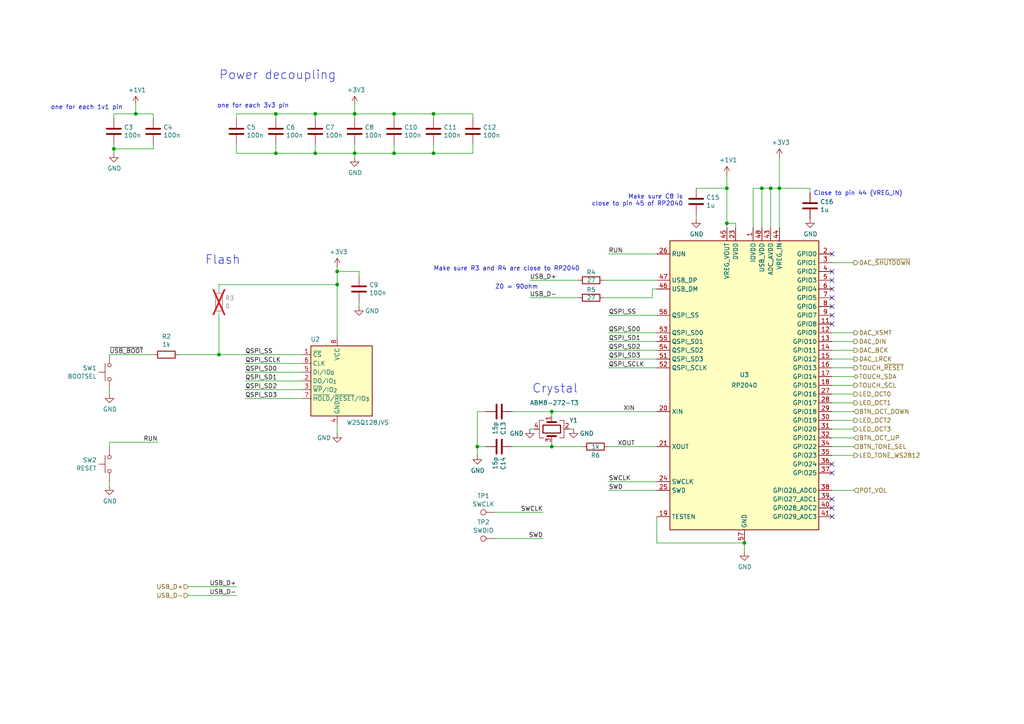
<source format=kicad_sch>
(kicad_sch (version 20250114) (generator "eeschema") (generator_version "9.0")
  (paper "A4")
  (lib_symbols
    (symbol "Connector:TestPoint" (pin_numbers (hide yes)) (pin_names (offset 0.762) (hide yes))
      (property "Reference" "TP" (at 0 6.858 0))
      (property "Value" "TestPoint" (at 0 5.08 0))
      (symbol "TestPoint_0_1"
        (circle (center 0 3.302) (radius 0.762))
      )
      (symbol "TestPoint_1_1"
        (pin passive line (at 0 0 90) (length 2.54) (name "1") (number "1"))
      )
    )
    (symbol "Device:C" (pin_numbers (hide yes)) (pin_names (offset 0.254))
      (property "Reference" "C" (at 0.635 2.54 0))
      (property "Value" "C" (at 0.635 -2.54 0))
      (symbol "C_0_1"
        (polyline (pts (xy -2.032 0.762) (xy 2.032 0.762)) (stroke (width 0.508)))
        (polyline (pts (xy -2.032 -0.762) (xy 2.032 -0.762)) (stroke (width 0.508)))
      )
      (symbol "C_1_1"
        (pin passive line (at 0 3.81 270) (length 2.794) (name "~") (number "1"))
        (pin passive line (at 0 -3.81 90) (length 2.794) (name "~") (number "2"))
      )
    )
    (symbol "Device:Crystal_GND24" (pin_names (offset 1.016) (hide yes))
      (property "Reference" "Y" (at 3.175 5.08 0))
      (property "Value" "Crystal_GND24" (at 3.175 3.175 0))
      (symbol "Crystal_GND24_0_1"
        (polyline (pts (xy -2.54 2.286) (xy -2.54 3.556) (xy 2.54 3.556) (xy 2.54 2.286)))
        (polyline (pts (xy -2.54 0) (xy -2.032 0)))
        (polyline (pts (xy -2.54 -2.286) (xy -2.54 -3.556) (xy 2.54 -3.556) (xy 2.54 -2.286)))
        (polyline (pts (xy -2.032 -1.27) (xy -2.032 1.27)) (stroke (width 0.508)))
        (rectangle (start -1.143 2.54) (end 1.143 -2.54) (stroke (width 0.3048)))
        (polyline (pts (xy 0 3.556) (xy 0 3.81)))
        (polyline (pts (xy 0 -3.81) (xy 0 -3.556)))
        (polyline (pts (xy 2.032 0) (xy 2.54 0)))
        (polyline (pts (xy 2.032 -1.27) (xy 2.032 1.27)) (stroke (width 0.508)))
      )
      (symbol "Crystal_GND24_1_1"
        (pin passive line (at -3.81 0 0) (length 1.27) (name "1") (number "1"))
        (pin passive line (at 0 5.08 270) (length 1.27) (name "2") (number "2"))
        (pin passive line (at 0 -5.08 90) (length 1.27) (name "4") (number "4"))
        (pin passive line (at 3.81 0 180) (length 1.27) (name "3") (number "3"))
      )
    )
    (symbol "Device:R" (pin_numbers (hide yes)) (pin_names (offset 0))
      (property "Reference" "R" (at 2.032 0 90))
      (property "Value" "R" (at 0 0 90))
      (symbol "R_0_1"
        (rectangle (start -1.016 -2.54) (end 1.016 2.54) (stroke (width 0.254)))
      )
      (symbol "R_1_1"
        (pin passive line (at 0 3.81 270) (length 1.27) (name "~") (number "1"))
        (pin passive line (at 0 -3.81 90) (length 1.27) (name "~") (number "2"))
      )
    )
    (symbol "MCU_RaspberryPi:RP2040"
      (property "Reference" "U" (at 17.78 45.72 0))
      (property "Value" "RP2040" (at 17.78 43.18 0))
      (symbol "RP2040_0_1"
        (rectangle (start -21.59 41.91) (end 21.59 -41.91) (stroke (width 0.254)) (fill (type background)))
      )
      (symbol "RP2040_1_1"
        (pin input line (at -25.4 38.1 0) (length 3.81) (name "RUN") (number "26"))
        (pin bidirectional line (at -25.4 30.48 0) (length 3.81) (name "USB_DP") (number "47"))
        (pin bidirectional line (at -25.4 27.94 0) (length 3.81) (name "USB_DM") (number "46"))
        (pin bidirectional line (at -25.4 20.32 0) (length 3.81) (name "QSPI_SS") (number "56"))
        (pin bidirectional line (at -25.4 15.24 0) (length 3.81) (name "QSPI_SD0") (number "53"))
        (pin bidirectional line (at -25.4 12.7 0) (length 3.81) (name "QSPI_SD1") (number "55"))
        (pin bidirectional line (at -25.4 10.16 0) (length 3.81) (name "QSPI_SD2") (number "54"))
        (pin bidirectional line (at -25.4 7.62 0) (length 3.81) (name "QSPI_SD3") (number "51"))
        (pin output line (at -25.4 5.08 0) (length 3.81) (name "QSPI_SCLK") (number "52"))
        (pin input line (at -25.4 -7.62 0) (length 3.81) (name "XIN") (number "20"))
        (pin passive line (at -25.4 -17.78 0) (length 3.81) (name "XOUT") (number "21"))
        (pin input line (at -25.4 -27.94 0) (length 3.81) (name "SWCLK") (number "24"))
        (pin bidirectional line (at -25.4 -30.48 0) (length 3.81) (name "SWD") (number "25"))
        (pin input line (at -25.4 -38.1 0) (length 3.81) (name "TESTEN") (number "19"))
        (pin power_out line (at -5.08 45.72 270) (length 3.81) (name "VREG_VOUT") (number "45"))
        (pin power_in line (at -2.54 45.72 270) (length 3.81) (name "DVDD") (number "23"))
        (pin passive line (at -2.54 45.72 270) (length 3.81) (hide yes) (name "DVDD") (number "50"))
        (pin power_in line (at 0 -45.72 90) (length 3.81) (name "GND") (number "57"))
        (pin power_in line (at 2.54 45.72 270) (length 3.81) (name "IOVDD") (number "1"))
        (pin passive line (at 2.54 45.72 270) (length 3.81) (hide yes) (name "IOVDD") (number "10"))
        (pin passive line (at 2.54 45.72 270) (length 3.81) (hide yes) (name "IOVDD") (number "22"))
        (pin passive line (at 2.54 45.72 270) (length 3.81) (hide yes) (name "IOVDD") (number "33"))
        (pin passive line (at 2.54 45.72 270) (length 3.81) (hide yes) (name "IOVDD") (number "42"))
        (pin passive line (at 2.54 45.72 270) (length 3.81) (hide yes) (name "IOVDD") (number "49"))
        (pin power_in line (at 5.08 45.72 270) (length 3.81) (name "USB_VDD") (number "48"))
        (pin power_in line (at 7.62 45.72 270) (length 3.81) (name "ADC_AVDD") (number "43"))
        (pin power_in line (at 10.16 45.72 270) (length 3.81) (name "VREG_IN") (number "44"))
        (pin bidirectional line (at 25.4 38.1 180) (length 3.81) (name "GPIO0") (number "2"))
        (pin bidirectional line (at 25.4 35.56 180) (length 3.81) (name "GPIO1") (number "3"))
        (pin bidirectional line (at 25.4 33.02 180) (length 3.81) (name "GPIO2") (number "4"))
        (pin bidirectional line (at 25.4 30.48 180) (length 3.81) (name "GPIO3") (number "5"))
        (pin bidirectional line (at 25.4 27.94 180) (length 3.81) (name "GPIO4") (number "6"))
        (pin bidirectional line (at 25.4 25.4 180) (length 3.81) (name "GPIO5") (number "7"))
        (pin bidirectional line (at 25.4 22.86 180) (length 3.81) (name "GPIO6") (number "8"))
        (pin bidirectional line (at 25.4 20.32 180) (length 3.81) (name "GPIO7") (number "9"))
        (pin bidirectional line (at 25.4 17.78 180) (length 3.81) (name "GPIO8") (number "11"))
        (pin bidirectional line (at 25.4 15.24 180) (length 3.81) (name "GPIO9") (number "12"))
        (pin bidirectional line (at 25.4 12.7 180) (length 3.81) (name "GPIO10") (number "13"))
        (pin bidirectional line (at 25.4 10.16 180) (length 3.81) (name "GPIO11") (number "14"))
        (pin bidirectional line (at 25.4 7.62 180) (length 3.81) (name "GPIO12") (number "15"))
        (pin bidirectional line (at 25.4 5.08 180) (length 3.81) (name "GPIO13") (number "16"))
        (pin bidirectional line (at 25.4 2.54 180) (length 3.81) (name "GPIO14") (number "17"))
        (pin bidirectional line (at 25.4 0 180) (length 3.81) (name "GPIO15") (number "18"))
        (pin bidirectional line (at 25.4 -2.54 180) (length 3.81) (name "GPIO16") (number "27"))
        (pin bidirectional line (at 25.4 -5.08 180) (length 3.81) (name "GPIO17") (number "28"))
        (pin bidirectional line (at 25.4 -7.62 180) (length 3.81) (name "GPIO18") (number "29"))
        (pin bidirectional line (at 25.4 -10.16 180) (length 3.81) (name "GPIO19") (number "30"))
        (pin bidirectional line (at 25.4 -12.7 180) (length 3.81) (name "GPIO20") (number "31"))
        (pin bidirectional line (at 25.4 -15.24 180) (length 3.81) (name "GPIO21") (number "32"))
        (pin bidirectional line (at 25.4 -17.78 180) (length 3.81) (name "GPIO22") (number "34"))
        (pin bidirectional line (at 25.4 -20.32 180) (length 3.81) (name "GPIO23") (number "35"))
        (pin bidirectional line (at 25.4 -22.86 180) (length 3.81) (name "GPIO24") (number "36"))
        (pin bidirectional line (at 25.4 -25.4 180) (length 3.81) (name "GPIO25") (number "37"))
        (pin bidirectional line (at 25.4 -30.48 180) (length 3.81) (name "GPIO26_ADC0") (number "38"))
        (pin bidirectional line (at 25.4 -33.02 180) (length 3.81) (name "GPIO27_ADC1") (number "39"))
        (pin bidirectional line (at 25.4 -35.56 180) (length 3.81) (name "GPIO28_ADC2") (number "40"))
        (pin bidirectional line (at 25.4 -38.1 180) (length 3.81) (name "GPIO29_ADC3") (number "41"))
      )
    )
    (symbol "Memory_Flash:W25Q128JVS"
      (property "Reference" "U" (at -6.35 11.43 0))
      (property "Value" "W25Q128JVS" (at 7.62 11.43 0))
      (symbol "W25Q128JVS_0_1"
        (rectangle (start -7.62 10.16) (end 10.16 -10.16) (stroke (width 0.254)) (fill (type background)))
      )
      (symbol "W25Q128JVS_1_1"
        (pin input line (at -10.16 7.62 0) (length 2.54) (name "~{CS}") (number "1"))
        (pin input line (at -10.16 5.08 0) (length 2.54) (name "CLK") (number "6"))
        (pin bidirectional line (at -10.16 2.54 0) (length 2.54) (name "DI/IO_{0}") (number "5"))
        (pin bidirectional line (at -10.16 0 0) (length 2.54) (name "DO/IO_{1}") (number "2"))
        (pin bidirectional line (at -10.16 -2.54 0) (length 2.54) (name "~{WP}/IO_{2}") (number "3"))
        (pin bidirectional line (at -10.16 -5.08 0) (length 2.54) (name "~{HOLD}/~{RESET}/IO_{3}") (number "7"))
        (pin power_in line (at 0 12.7 270) (length 2.54) (name "VCC") (number "8"))
        (pin power_in line (at 0 -12.7 90) (length 2.54) (name "GND") (number "4"))
      )
    )
    (symbol "Switch:SW_Push" (pin_numbers (hide yes)) (pin_names (offset 1.016) (hide yes))
      (property "Reference" "SW" (at 1.27 2.54 0))
      (property "Value" "SW_Push" (at 0 -1.524 0))
      (symbol "SW_Push_0_1"
        (circle (center -2.032 0) (radius 0.508))
        (polyline (pts (xy 0 1.27) (xy 0 3.048)))
        (circle (center 2.032 0) (radius 0.508))
        (polyline (pts (xy 2.54 1.27) (xy -2.54 1.27)))
        (pin passive line (at -5.08 0 0) (length 2.54) (name "1") (number "1"))
        (pin passive line (at 5.08 0 180) (length 2.54) (name "2") (number "2"))
      )
    )
    (symbol "power:+1V1" (power) (pin_numbers (hide yes)) (pin_names (offset 0) (hide yes))
      (property "Value" "+1V1" (at 0 3.556 0))
      (symbol "+1V1_0_1"
        (polyline (pts (xy -0.762 1.27) (xy 0 2.54)))
        (polyline (pts (xy 0 2.54) (xy 0.762 1.27)))
        (polyline (pts (xy 0 0) (xy 0 2.54)))
      )
      (symbol "+1V1_1_1"
        (pin power_in line (at 0 0 90) (length 0) (name "~") (number "1"))
      )
    )
    (symbol "power:+3V3" (power) (pin_numbers (hide yes)) (pin_names (offset 0) (hide yes))
      (property "Value" "+3V3" (at 0 3.556 0))
      (symbol "+3V3_0_1"
        (polyline (pts (xy -0.762 1.27) (xy 0 2.54)))
        (polyline (pts (xy 0 2.54) (xy 0.762 1.27)))
        (polyline (pts (xy 0 0) (xy 0 2.54)))
      )
      (symbol "+3V3_1_1"
        (pin power_in line (at 0 0 90) (length 0) (name "~") (number "1"))
      )
    )
    (symbol "power:GND" (power) (pin_numbers (hide yes)) (pin_names (offset 0) (hide yes))
      (property "Value" "GND" (at 0 -3.81 0))
      (symbol "GND_0_1"
        (polyline (pts (xy 0 0) (xy 0 -1.27) (xy 1.27 -1.27) (xy 0 -2.54) (xy -1.27 -1.27) (xy 0 -1.27)))
      )
      (symbol "GND_1_1"
        (pin power_in line (at 0 0 270) (length 0) (name "~") (number "1"))
      )
    )
  )
  (text "one for each 1v1 pin" (at 25.146 31.242 0) (effects (font (size 1.27 1.27))))
  (text "Make sure C8 is\nclose to pin 45 of RP2040" (at 198.12 59.944 0) (effects (font (size 1.27 1.27)) (justify right bottom)))
  (text "Crystal" (at 154.305 114.3 0) (effects (font (size 2.54 2.54)) (justify left bottom)))
  (text "Power decoupling" (at 63.5 23.368 0) (effects (font (size 2.54 2.54)) (justify left bottom)))
  (text "one for each 3v3 pin" (at 73.406 30.734 0) (effects (font (size 1.27 1.27))))
  (text "Z0 = 90ohm" (at 149.86 83.312 0) (effects (font (size 1.27 1.27))))
  (text "Flash" (at 59.436 76.962 0) (effects (font (size 2.54 2.54)) (justify left bottom)))
  (text "Make sure R3 and R4 are close to RP2040" (at 168.148 78.74 0) (effects (font (size 1.27 1.27)) (justify right bottom)))
  (text "Close to pin 44 (VREG_IN)" (at 235.966 56.896 0) (effects (font (size 1.27 1.27)) (justify left bottom)))
  (junction (at 80.01 44.45))
  (junction (at 210.82 64.77))
  (junction (at 114.3 33.02))
  (junction (at 226.06 54.61))
  (junction (at 91.44 44.45))
  (junction (at 97.79 82.55))
  (junction (at 220.98 54.61))
  (junction (at 210.82 54.61))
  (junction (at 80.01 33.02))
  (junction (at 63.5 102.87))
  (junction (at 160.02 129.54))
  (junction (at 215.9 157.48))
  (junction (at 33.02 43.18))
  (junction (at 125.73 44.45))
  (junction (at 160.02 119.38))
  (junction (at 138.43 129.54))
  (junction (at 97.79 78.74))
  (junction (at 223.52 54.61))
  (junction (at 102.87 33.02))
  (junction (at 91.44 33.02))
  (junction (at 125.73 33.02))
  (junction (at 39.37 33.02))
  (junction (at 102.87 44.45))
  (junction (at 114.3 44.45))
  (no_connect (at 241.3 83.82))
  (no_connect (at 241.3 144.78))
  (no_connect (at 241.3 86.36))
  (no_connect (at 241.3 147.32))
  (no_connect (at 241.3 73.66))
  (no_connect (at 241.3 134.62))
  (no_connect (at 241.3 149.86))
  (no_connect (at 241.3 93.98))
  (no_connect (at 241.3 81.28))
  (no_connect (at 241.3 88.9))
  (no_connect (at 241.3 91.44))
  (no_connect (at 241.3 137.16))
  (no_connect (at 241.3 78.74))
  (wire (pts (xy 54.61 172.72) (xy 68.58 172.72)))
  (wire (pts (xy 247.65 124.46) (xy 241.3 124.46)))
  (wire (pts (xy 63.5 83.82) (xy 63.5 82.55)))
  (wire (pts (xy 39.37 30.48) (xy 39.37 33.02)))
  (wire (pts (xy 52.07 102.87) (xy 63.5 102.87)))
  (wire (pts (xy 125.73 44.45) (xy 114.3 44.45)))
  (wire (pts (xy 80.01 34.29) (xy 80.01 33.02)))
  (wire (pts (xy 247.65 121.92) (xy 241.3 121.92)))
  (wire (pts (xy 138.43 119.38) (xy 138.43 129.54)))
  (wire (pts (xy 190.5 149.86) (xy 190.5 157.48)))
  (wire (pts (xy 137.16 41.91) (xy 137.16 44.45)))
  (wire (pts (xy 247.65 116.84) (xy 241.3 116.84)))
  (wire (pts (xy 97.79 77.47) (xy 97.79 78.74)))
  (wire (pts (xy 137.16 34.29) (xy 137.16 33.02)))
  (wire (pts (xy 102.87 44.45) (xy 91.44 44.45)))
  (wire (pts (xy 190.5 81.28) (xy 175.26 81.28)))
  (wire (pts (xy 218.44 54.61) (xy 220.98 54.61)))
  (wire (pts (xy 87.63 107.95) (xy 71.12 107.95)))
  (wire (pts (xy 44.45 102.87) (xy 31.75 102.87)))
  (wire (pts (xy 114.3 34.29) (xy 114.3 33.02)))
  (wire (pts (xy 44.45 43.18) (xy 44.45 41.91)))
  (wire (pts (xy 241.3 111.76) (xy 247.65 111.76)))
  (wire (pts (xy 210.82 50.8) (xy 210.82 54.61)))
  (wire (pts (xy 33.02 41.91) (xy 33.02 43.18)))
  (wire (pts (xy 68.58 41.91) (xy 68.58 44.45)))
  (wire (pts (xy 91.44 33.02) (xy 102.87 33.02)))
  (wire (pts (xy 102.87 33.02) (xy 114.3 33.02)))
  (wire (pts (xy 223.52 54.61) (xy 226.06 54.61)))
  (wire (pts (xy 97.79 125.73) (xy 97.79 123.19)))
  (wire (pts (xy 125.73 44.45) (xy 137.16 44.45)))
  (wire (pts (xy 223.52 66.04) (xy 223.52 54.61)))
  (wire (pts (xy 226.06 54.61) (xy 226.06 66.04)))
  (wire (pts (xy 31.75 139.7) (xy 31.75 140.97)))
  (wire (pts (xy 140.97 119.38) (xy 138.43 119.38)))
  (wire (pts (xy 190.5 157.48) (xy 215.9 157.48)))
  (wire (pts (xy 189.23 86.36) (xy 175.26 86.36)))
  (wire (pts (xy 210.82 64.77) (xy 210.82 54.61)))
  (wire (pts (xy 44.45 34.29) (xy 44.45 33.02)))
  (wire (pts (xy 210.82 64.77) (xy 210.82 66.04)))
  (wire (pts (xy 201.93 62.23) (xy 201.93 63.5)))
  (wire (pts (xy 241.3 142.24) (xy 247.65 142.24)))
  (wire (pts (xy 160.02 128.27) (xy 160.02 129.54)))
  (wire (pts (xy 160.02 120.65) (xy 160.02 119.38)))
  (wire (pts (xy 33.02 34.29) (xy 33.02 33.02)))
  (wire (pts (xy 167.64 81.28) (xy 153.67 81.28)))
  (wire (pts (xy 153.67 124.46) (xy 154.94 124.46)))
  (wire (pts (xy 247.65 76.2) (xy 241.3 76.2)))
  (wire (pts (xy 190.5 91.44) (xy 176.53 91.44)))
  (wire (pts (xy 80.01 41.91) (xy 80.01 44.45)))
  (wire (pts (xy 33.02 33.02) (xy 39.37 33.02)))
  (wire (pts (xy 247.65 114.3) (xy 241.3 114.3)))
  (wire (pts (xy 160.02 129.54) (xy 168.91 129.54)))
  (wire (pts (xy 160.02 119.38) (xy 190.5 119.38)))
  (wire (pts (xy 102.87 30.48) (xy 102.87 33.02)))
  (wire (pts (xy 68.58 33.02) (xy 80.01 33.02)))
  (wire (pts (xy 241.3 99.06) (xy 247.65 99.06)))
  (wire (pts (xy 33.02 43.18) (xy 44.45 43.18)))
  (wire (pts (xy 176.53 96.52) (xy 190.5 96.52)))
  (wire (pts (xy 176.53 101.6) (xy 190.5 101.6)))
  (wire (pts (xy 31.75 129.54) (xy 31.75 128.27)))
  (wire (pts (xy 87.63 115.57) (xy 71.12 115.57)))
  (wire (pts (xy 176.53 104.14) (xy 190.5 104.14)))
  (wire (pts (xy 143.51 156.21) (xy 157.48 156.21)))
  (wire (pts (xy 97.79 78.74) (xy 97.79 82.55)))
  (wire (pts (xy 114.3 33.02) (xy 125.73 33.02)))
  (wire (pts (xy 104.14 87.63) (xy 104.14 88.9)))
  (wire (pts (xy 241.3 106.68) (xy 247.65 106.68)))
  (wire (pts (xy 80.01 33.02) (xy 91.44 33.02)))
  (wire (pts (xy 104.14 78.74) (xy 97.79 78.74)))
  (wire (pts (xy 125.73 33.02) (xy 137.16 33.02)))
  (wire (pts (xy 91.44 34.29) (xy 91.44 33.02)))
  (wire (pts (xy 102.87 41.91) (xy 102.87 44.45)))
  (wire (pts (xy 63.5 102.87) (xy 87.63 102.87)))
  (wire (pts (xy 80.01 44.45) (xy 68.58 44.45)))
  (wire (pts (xy 39.37 33.02) (xy 44.45 33.02)))
  (wire (pts (xy 54.61 170.18) (xy 68.58 170.18)))
  (wire (pts (xy 241.3 101.6) (xy 247.65 101.6)))
  (wire (pts (xy 220.98 54.61) (xy 220.98 66.04)))
  (wire (pts (xy 102.87 44.45) (xy 102.87 45.72)))
  (wire (pts (xy 247.65 129.54) (xy 241.3 129.54)))
  (wire (pts (xy 226.06 45.72) (xy 226.06 54.61)))
  (wire (pts (xy 213.36 64.77) (xy 210.82 64.77)))
  (wire (pts (xy 241.3 132.08) (xy 247.65 132.08)))
  (wire (pts (xy 71.12 105.41) (xy 87.63 105.41)))
  (wire (pts (xy 33.02 43.18) (xy 33.02 44.45)))
  (wire (pts (xy 104.14 80.01) (xy 104.14 78.74)))
  (wire (pts (xy 148.59 129.54) (xy 160.02 129.54)))
  (wire (pts (xy 140.97 129.54) (xy 138.43 129.54)))
  (wire (pts (xy 31.75 113.03) (xy 31.75 114.3)))
  (wire (pts (xy 63.5 91.44) (xy 63.5 102.87)))
  (wire (pts (xy 165.1 124.46) (xy 166.37 124.46)))
  (wire (pts (xy 213.36 66.04) (xy 213.36 64.77)))
  (wire (pts (xy 114.3 41.91) (xy 114.3 44.45)))
  (wire (pts (xy 241.3 104.14) (xy 247.65 104.14)))
  (wire (pts (xy 87.63 110.49) (xy 71.12 110.49)))
  (wire (pts (xy 226.06 54.61) (xy 234.95 54.61)))
  (wire (pts (xy 189.23 83.82) (xy 190.5 83.82)))
  (wire (pts (xy 247.65 119.38) (xy 241.3 119.38)))
  (wire (pts (xy 167.64 86.36) (xy 153.67 86.36)))
  (wire (pts (xy 125.73 41.91) (xy 125.73 44.45)))
  (wire (pts (xy 31.75 128.27) (xy 45.72 128.27)))
  (wire (pts (xy 189.23 86.36) (xy 189.23 83.82)))
  (wire (pts (xy 138.43 129.54) (xy 138.43 132.08)))
  (wire (pts (xy 215.9 157.48) (xy 215.9 160.02)))
  (wire (pts (xy 176.53 129.54) (xy 190.5 129.54)))
  (wire (pts (xy 91.44 41.91) (xy 91.44 44.45)))
  (wire (pts (xy 87.63 113.03) (xy 71.12 113.03)))
  (wire (pts (xy 148.59 119.38) (xy 160.02 119.38)))
  (wire (pts (xy 241.3 109.22) (xy 247.65 109.22)))
  (wire (pts (xy 190.5 139.7) (xy 176.53 139.7)))
  (wire (pts (xy 241.3 96.52) (xy 247.65 96.52)))
  (wire (pts (xy 218.44 66.04) (xy 218.44 54.61)))
  (wire (pts (xy 97.79 82.55) (xy 97.79 97.79)))
  (wire (pts (xy 220.98 54.61) (xy 223.52 54.61)))
  (wire (pts (xy 176.53 99.06) (xy 190.5 99.06)))
  (wire (pts (xy 125.73 34.29) (xy 125.73 33.02)))
  (wire (pts (xy 190.5 142.24) (xy 176.53 142.24)))
  (wire (pts (xy 102.87 44.45) (xy 114.3 44.45)))
  (wire (pts (xy 201.93 54.61) (xy 210.82 54.61)))
  (wire (pts (xy 247.65 127) (xy 241.3 127)))
  (wire (pts (xy 63.5 82.55) (xy 97.79 82.55)))
  (wire (pts (xy 190.5 73.66) (xy 176.53 73.66)))
  (wire (pts (xy 68.58 34.29) (xy 68.58 33.02)))
  (wire (pts (xy 234.95 55.88) (xy 234.95 54.61)))
  (wire (pts (xy 102.87 34.29) (xy 102.87 33.02)))
  (wire (pts (xy 91.44 44.45) (xy 80.01 44.45)))
  (wire (pts (xy 190.5 106.68) (xy 176.53 106.68)))
  (wire (pts (xy 143.51 148.59) (xy 157.48 148.59)))
  (label "SWCLK" (at 176.53 139.7 0))
  (label "USB_D-" (at 68.58 172.72 180))
  (label "RUN" (at 176.53 73.66 0))
  (label "SWD" (at 176.53 142.24 0))
  (label "QSPI_SS" (at 176.53 91.44 0))
  (label "QSPI_SD0" (at 71.12 107.95 0))
  (label "QSPI_SD2" (at 176.53 101.6 0))
  (label "QSPI_SCLK" (at 71.12 105.41 0))
  (label "XIN" (at 184.15 119.38 180))
  (label "QSPI_SD2" (at 71.12 113.03 0))
  (label "QSPI_SCLK" (at 176.53 106.68 0))
  (label "XOUT" (at 184.15 129.54 180))
  (label "RUN" (at 45.72 128.27 180))
  (label "QSPI_SD0" (at 176.53 96.52 0))
  (label "USB_D+" (at 68.58 170.18 180))
  (label "SWCLK" (at 157.48 148.59 180))
  (label "QSPI_SD3" (at 71.12 115.57 0))
  (label "USB_D+" (at 153.67 81.28 0))
  (label "QSPI_SD1" (at 71.12 110.49 0))
  (label "SWD" (at 157.48 156.21 180))
  (label "QSPI_SD1" (at 176.53 99.06 0))
  (label "~{USB_BOOT}" (at 31.75 102.87 0))
  (label "QSPI_SS" (at 71.12 102.87 0))
  (label "QSPI_SD3" (at 176.53 104.14 0))
  (label "USB_D-" (at 153.67 86.36 0))
  (hierarchical_label "BTN_TONE_SEL" (shape input) (at 247.65 129.54 0))
  (hierarchical_label "DAC_LRCK" (shape output) (at 247.65 104.14 0))
  (hierarchical_label "USB_D-" (shape input) (at 54.61 172.72 180))
  (hierarchical_label "BTN_OCT_DOWN" (shape input) (at 247.65 119.38 0))
  (hierarchical_label "DAC_DIN" (shape output) (at 247.65 99.06 0))
  (hierarchical_label "DAC_~{SHUTDOWN}" (shape output) (at 247.65 76.2 0))
  (hierarchical_label "LED_OCT1" (shape output) (at 247.65 116.84 0))
  (hierarchical_label "DAC_BCK" (shape output) (at 247.65 101.6 0))
  (hierarchical_label "LED_OCT2" (shape output) (at 247.65 121.92 0))
  (hierarchical_label "DAC_XSMT" (shape output) (at 247.65 96.52 0))
  (hierarchical_label "LED_TONE_WS2812" (shape output) (at 247.65 132.08 0))
  (hierarchical_label "USB_D+" (shape input) (at 54.61 170.18 180))
  (hierarchical_label "TOUCH_SDA" (shape bidirectional) (at 247.65 109.22 0))
  (hierarchical_label "BTN_OCT_UP" (shape input) (at 247.65 127 0))
  (hierarchical_label "POT_VOL" (shape input) (at 247.65 142.24 0))
  (hierarchical_label "LED_OCT3" (shape output) (at 247.65 124.46 0))
  (hierarchical_label "TOUCH_SCL" (shape output) (at 247.65 111.76 0))
  (hierarchical_label "LED_OCT0" (shape output) (at 247.65 114.3 0))
  (hierarchical_label "TOUCH_~{RESET}" (shape output) (at 247.65 106.68 0))
  (symbol (lib_id "MCU_RaspberryPi:RP2040") (at 215.9 111.76 0) (unit 1)
    (property "Reference" "U3" (at 215.9 108.712 0))
    (property "Value" "RP2040" (at 215.9 111.76 0))
    (property "Footprint" "Package_DFN_QFN:QFN-56-1EP_7x7mm_P0.4mm_EP3.2x3.2mm" (effects (hide yes)))
    (property "Datasheet" "https://datasheets.raspberrypi.com/rp2040/rp2040-datasheet.pdf" (effects (hide yes)))
    (property "Description" "A microcontroller by Raspberry Pi" (effects (hide yes)))
    (property "LCSC" "C2040" (effects (hide yes)))
  )
  (symbol (lib_id "Memory_Flash:W25Q128JVS") (at 97.79 110.49 0) (unit 1)
    (property "Reference" "U2" (at 91.44 98.425 0))
    (property "Value" "W25Q128JVS" (at 106.68 122.555 0))
    (property "Footprint" "Package_SO:SOIC-8_5.3x5.3mm_P1.27mm" (effects (hide yes)))
    (property "Datasheet" "https://www.winbond.com/resource-files/w25q128jv_dtr%20revc%2003272018%20plus.pdf" (effects (hide yes)))
    (property "Description" "128Mbit / 16MiB Serial Flash Memory, Standard/Dual/Quad SPI, 2.7-3.6V, SOIC-8" (effects (hide yes)))
    (property "LCSC" "C113767" (effects (hide yes)))
  )
  (symbol (lib_id "power:+3V3") (at 97.79 77.47 0) (unit 1)
    (property "Reference" "#PWR015" (effects (hide yes)))
    (property "Value" "+3V3" (at 98.171 73.0758 0))
  )
  (symbol (lib_id "power:GND") (at 97.79 125.73 0) (unit 1)
    (property "Reference" "#PWR016" (effects (hide yes)))
    (property "Value" "GND" (at 93.98 127 0))
  )
  (symbol (lib_id "Device:R") (at 63.5 87.63 0) (unit 1) (dnp yes)
    (property "Reference" "R3" (at 65.278 86.4616 0) (effects (justify left)))
    (property "Value" "0" (at 65.278 88.773 0) (effects (justify left)))
    (property "Footprint" "Resistor_SMD:R_0402_1005Metric" (effects (hide yes)))
  )
  (symbol (lib_id "Device:C") (at 104.14 83.82 0) (unit 1)
    (property "Reference" "C9" (at 107.061 82.6516 0) (effects (justify left)))
    (property "Value" "100n" (at 107.061 84.963 0) (effects (justify left)))
    (property "Footprint" "Capacitor_SMD:C_0402_1005Metric" (effects (hide yes)))
    (property "LCSC" "C1525" (effects (hide yes)))
  )
  (symbol (lib_id "power:GND") (at 104.14 88.9 0) (unit 1)
    (property "Reference" "#PWR019" (effects (hide yes)))
    (property "Value" "GND" (at 107.95 90.17 0))
  )
  (symbol (lib_id "power:GND") (at 215.9 160.02 0) (unit 1)
    (property "Reference" "#PWR025" (effects (hide yes)))
    (property "Value" "GND" (at 216.027 164.4142 0))
  )
  (symbol (lib_id "Device:R") (at 171.45 81.28 90) (mirror x) (unit 1)
    (property "Reference" "R4" (at 171.45 78.9686 90))
    (property "Value" "27" (at 171.45 81.28 90))
    (property "Footprint" "Resistor_SMD:R_0402_1005Metric" (effects (hide yes)))
    (property "LCSC" "C25100" (effects (hide yes)))
  )
  (symbol (lib_id "Device:R") (at 171.45 86.36 90) (mirror x) (unit 1)
    (property "Reference" "R5" (at 171.45 84.0486 90))
    (property "Value" "27" (at 171.45 86.36 90))
    (property "Footprint" "Resistor_SMD:R_0402_1005Metric" (effects (hide yes)))
    (property "LCSC" "C25100" (effects (hide yes)))
  )
  (symbol (lib_id "power:+3V3") (at 226.06 45.72 0) (unit 1)
    (property "Reference" "#PWR026" (effects (hide yes)))
    (property "Value" "+3V3" (at 226.441 41.3258 0))
  )
  (symbol (lib_id "power:+1V1") (at 39.37 30.48 0) (unit 1)
    (property "Reference" "#PWR014" (effects (hide yes)))
    (property "Value" "+1V1" (at 39.751 26.0858 0))
  )
  (symbol (lib_id "Device:C") (at 68.58 38.1 0) (unit 1)
    (property "Reference" "C5" (at 71.501 36.9316 0) (effects (justify left)))
    (property "Value" "100n" (at 71.501 39.243 0) (effects (justify left)))
    (property "Footprint" "Capacitor_SMD:C_0402_1005Metric" (effects (hide yes)))
    (property "LCSC" "C1525" (effects (hide yes)))
  )
  (symbol (lib_id "Device:C") (at 80.01 38.1 0) (unit 1)
    (property "Reference" "C6" (at 82.931 36.9316 0) (effects (justify left)))
    (property "Value" "100n" (at 82.931 39.243 0) (effects (justify left)))
    (property "Footprint" "Capacitor_SMD:C_0402_1005Metric" (effects (hide yes)))
    (property "LCSC" "C1525" (effects (hide yes)))
  )
  (symbol (lib_id "Device:C") (at 91.44 38.1 0) (unit 1)
    (property "Reference" "C7" (at 94.361 36.9316 0) (effects (justify left)))
    (property "Value" "100n" (at 94.361 39.243 0) (effects (justify left)))
    (property "Footprint" "Capacitor_SMD:C_0402_1005Metric" (effects (hide yes)))
    (property "LCSC" "C1525" (effects (hide yes)))
  )
  (symbol (lib_id "Device:C") (at 102.87 38.1 0) (unit 1)
    (property "Reference" "C8" (at 105.791 36.9316 0) (effects (justify left)))
    (property "Value" "100n" (at 105.791 39.243 0) (effects (justify left)))
    (property "Footprint" "Capacitor_SMD:C_0402_1005Metric" (effects (hide yes)))
    (property "LCSC" "C1525" (effects (hide yes)))
  )
  (symbol (lib_id "Device:C") (at 114.3 38.1 0) (unit 1)
    (property "Reference" "C10" (at 117.221 36.9316 0) (effects (justify left)))
    (property "Value" "100n" (at 117.221 39.243 0) (effects (justify left)))
    (property "Footprint" "Capacitor_SMD:C_0402_1005Metric" (effects (hide yes)))
    (property "LCSC" "C1525" (effects (hide yes)))
  )
  (symbol (lib_id "Device:C") (at 125.73 38.1 0) (unit 1)
    (property "Reference" "C11" (at 128.651 36.9316 0) (effects (justify left)))
    (property "Value" "100n" (at 128.651 39.243 0) (effects (justify left)))
    (property "Footprint" "Capacitor_SMD:C_0402_1005Metric" (effects (hide yes)))
    (property "LCSC" "C1525" (effects (hide yes)))
  )
  (symbol (lib_id "Device:C") (at 137.16 38.1 0) (unit 1)
    (property "Reference" "C12" (at 140.081 36.9316 0) (effects (justify left)))
    (property "Value" "100n" (at 140.081 39.243 0) (effects (justify left)))
    (property "Footprint" "Capacitor_SMD:C_0402_1005Metric" (effects (hide yes)))
    (property "LCSC" "C1525" (effects (hide yes)))
  )
  (symbol (lib_id "Device:C") (at 33.02 38.1 0) (unit 1)
    (property "Reference" "C3" (at 35.941 36.9316 0) (effects (justify left)))
    (property "Value" "100n" (at 35.941 39.243 0) (effects (justify left)))
    (property "Footprint" "Capacitor_SMD:C_0402_1005Metric" (effects (hide yes)))
    (property "LCSC" "C1525" (effects (hide yes)))
  )
  (symbol (lib_id "Device:C") (at 44.45 38.1 0) (unit 1)
    (property "Reference" "C4" (at 47.371 36.9316 0) (effects (justify left)))
    (property "Value" "100n" (at 47.371 39.243 0) (effects (justify left)))
    (property "Footprint" "Capacitor_SMD:C_0402_1005Metric" (effects (hide yes)))
    (property "LCSC" "C1525" (effects (hide yes)))
  )
  (symbol (lib_id "Device:C") (at 201.93 58.42 0) (unit 1)
    (property "Reference" "C15" (at 204.851 57.2516 0) (effects (justify left)))
    (property "Value" "1u" (at 204.851 59.563 0) (effects (justify left)))
    (property "Footprint" "Capacitor_SMD:C_0402_1005Metric" (effects (hide yes)))
    (property "LCSC" "C14445" (effects (hide yes)))
  )
  (symbol (lib_id "Device:C") (at 234.95 59.69 0) (unit 1)
    (property "Reference" "C16" (at 237.871 58.5216 0) (effects (justify left)))
    (property "Value" "1u" (at 237.871 60.833 0) (effects (justify left)))
    (property "Footprint" "Capacitor_SMD:C_0402_1005Metric" (effects (hide yes)))
    (property "LCSC" "C14445" (effects (hide yes)))
  )
  (symbol (lib_id "power:GND") (at 102.87 45.72 0) (unit 1)
    (property "Reference" "#PWR018" (effects (hide yes)))
    (property "Value" "GND" (at 102.997 50.1142 0))
  )
  (symbol (lib_id "power:GND") (at 33.02 44.45 0) (unit 1)
    (property "Reference" "#PWR013" (effects (hide yes)))
    (property "Value" "GND" (at 33.147 48.8442 0))
  )
  (symbol (lib_id "power:GND") (at 201.93 63.5 0) (unit 1)
    (property "Reference" "#PWR023" (effects (hide yes)))
    (property "Value" "GND" (at 202.057 67.8942 0))
  )
  (symbol (lib_id "power:GND") (at 234.95 63.5 0) (unit 1)
    (property "Reference" "#PWR027" (effects (hide yes)))
    (property "Value" "GND" (at 235.077 67.8942 0))
  )
  (symbol (lib_id "Switch:SW_Push") (at 31.75 134.62 90) (unit 1)
    (property "Reference" "SW2" (at 28.067 133.4078 90) (effects (justify left)))
    (property "Value" "RESET" (at 28.067 135.8321 90) (effects (justify left)))
    (property "Footprint" "Button_Switch_SMD:SW_Push_1P1T_XKB_TS-1187A" (effects (hide yes)))
    (property "Description" "Push button switch, generic, two pins" (effects (hide yes)))
    (property "LCSC" "C318884" (effects (hide yes)))
  )
  (symbol (lib_id "Device:Crystal_GND24") (at 160.02 124.46 270) (unit 1)
    (property "Reference" "Y1" (at 165.1 121.92 90) (effects (justify left)))
    (property "Value" "ABM8-272-T3" (at 153.67 116.84 90) (effects (justify left)))
    (property "Footprint" "Crystal:Crystal_SMD_3225-4Pin_3.2x2.5mm" (effects (hide yes)))
    (property "LCSC" "C20625731" (effects (hide yes)))
  )
  (symbol (lib_id "power:GND") (at 166.37 124.46 0) (unit 1)
    (property "Reference" "#PWR022" (effects (hide yes)))
    (property "Value" "GND" (at 170.18 125.73 0))
  )
  (symbol (lib_id "power:GND") (at 31.75 114.3 0) (unit 1)
    (property "Reference" "#PWR011" (effects (hide yes)))
    (property "Value" "GND" (at 31.877 118.6942 0))
  )
  (symbol (lib_id "Device:C") (at 144.78 119.38 270) (unit 1)
    (property "Reference" "C13" (at 145.9484 122.301 0) (effects (justify left)))
    (property "Value" "15p" (at 143.637 122.301 0) (effects (justify left)))
    (property "Footprint" "Capacitor_SMD:C_0402_1005Metric" (effects (hide yes)))
    (property "LCSC" "C1548" (effects (hide yes)))
  )
  (symbol (lib_id "Device:R") (at 48.26 102.87 270) (unit 1)
    (property "Reference" "R2" (at 48.26 97.6122 90))
    (property "Value" "1k" (at 48.26 99.9236 90))
    (property "Footprint" "Resistor_SMD:R_0402_1005Metric" (effects (hide yes)))
    (property "LCSC" "C11702" (effects (hide yes)))
  )
  (symbol (lib_id "power:GND") (at 31.75 140.97 0) (unit 1)
    (property "Reference" "#PWR012" (effects (hide yes)))
    (property "Value" "GND" (at 31.877 145.3642 0))
  )
  (symbol (lib_id "power:+3V3") (at 102.87 30.48 0) (unit 1)
    (property "Reference" "#PWR017" (effects (hide yes)))
    (property "Value" "+3V3" (at 103.251 26.0858 0))
  )
  (symbol (lib_id "Device:R") (at 172.72 129.54 90) (unit 1)
    (property "Reference" "R6" (at 172.72 132.08 90))
    (property "Value" "1k" (at 172.72 129.54 90))
    (property "Footprint" "Resistor_SMD:R_0402_1005Metric" (effects (hide yes)))
    (property "LCSC" "C11702" (effects (hide yes)))
  )
  (symbol (lib_id "Connector:TestPoint") (at 143.51 148.59 90) (unit 1) (in_bom no)
    (property "Reference" "TP1" (at 140.208 143.8105 90))
    (property "Value" "SWCLK" (at 140.208 146.2348 90))
    (property "Footprint" "TestPoint:TestPoint_Pad_D2.0mm" (effects (hide yes)))
    (property "Description" "test point" (effects (hide yes)))
  )
  (symbol (lib_id "Switch:SW_Push") (at 31.75 107.95 90) (unit 1)
    (property "Reference" "SW1" (at 28.067 106.7378 90) (effects (justify left)))
    (property "Value" "BOOTSEL" (at 28.067 109.1621 90) (effects (justify left)))
    (property "Footprint" "Button_Switch_SMD:SW_Push_1P1T_XKB_TS-1187A" (effects (hide yes)))
    (property "Description" "Push button switch, generic, two pins" (effects (hide yes)))
    (property "LCSC" "C318884" (effects (hide yes)))
  )
  (symbol (lib_id "power:GND") (at 138.43 132.08 0) (unit 1)
    (property "Reference" "#PWR020" (effects (hide yes)))
    (property "Value" "GND" (at 138.557 136.4742 0))
  )
  (symbol (lib_id "Device:C") (at 144.78 129.54 270) (unit 1)
    (property "Reference" "C14" (at 145.9484 132.461 0) (effects (justify left)))
    (property "Value" "15p" (at 143.637 132.461 0) (effects (justify left)))
    (property "Footprint" "Capacitor_SMD:C_0402_1005Metric" (effects (hide yes)))
    (property "LCSC" "C1548" (effects (hide yes)))
  )
  (symbol (lib_id "power:+1V1") (at 210.82 50.8 0) (unit 1)
    (property "Reference" "#PWR024" (effects (hide yes)))
    (property "Value" "+1V1" (at 211.201 46.4058 0))
  )
  (symbol (lib_id "power:GND") (at 153.67 124.46 0) (unit 1)
    (property "Reference" "#PWR021" (effects (hide yes)))
    (property "Value" "GND" (at 149.86 125.73 0))
  )
  (symbol (lib_id "Connector:TestPoint") (at 143.51 156.21 90) (unit 1) (in_bom no)
    (property "Reference" "TP2" (at 140.208 151.4305 90))
    (property "Value" "SWDIO" (at 140.208 153.8548 90))
    (property "Footprint" "TestPoint:TestPoint_Pad_D2.0mm" (effects (hide yes)))
    (property "Description" "test point" (effects (hide yes)))
  )
)
</source>
